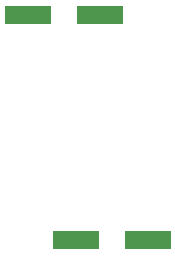
<source format=gbp>
G04 MADE WITH FRITZING*
G04 WWW.FRITZING.ORG*
G04 DOUBLE SIDED*
G04 HOLES PLATED*
G04 CONTOUR ON CENTER OF CONTOUR VECTOR*
%ASAXBY*%
%FSLAX23Y23*%
%MOIN*%
%OFA0B0*%
%SFA1.0B1.0*%
%ADD10R,0.157480X0.062992*%
%LNPASTEMASK0*%
G90*
G70*
G54D10*
X1676Y338D03*
X1436Y338D03*
X1517Y1088D03*
X1276Y1088D03*
G04 End of PasteMask0*
M02*
</source>
